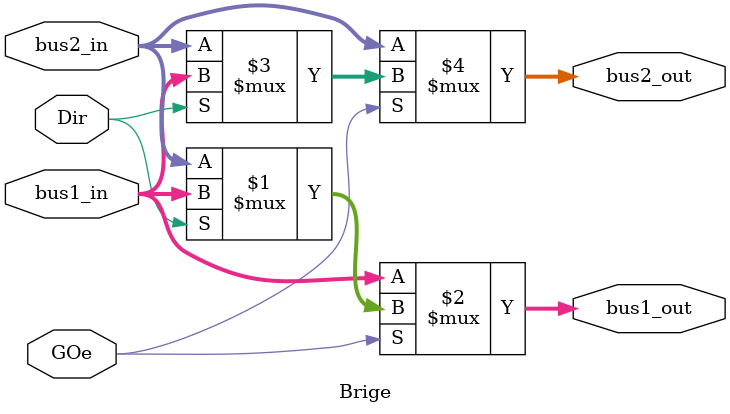
<source format=sv>


`timescale 1ns / 1ps

module Brige(bus1_in, bus2_in, GOe, Dir, bus1_out, bus2_out);
	input [31:0]bus1_in, bus2_in;
    input GOe, Dir;
    output [31:0] bus1_out, bus2_out;
    // reg [31:0] b1,b2;
    //Dir == 1 down ; Dir == 0 up;

    // assign bus1 = b1;
    // assign bus2 = b2;

    // initial begin
    //     b1 = 0;
    //     b2 = 0;
    // end
    
    // always @(*) begin
    //     if(GOe) begin
    //         if(Dir) begin
    //             b1 = bus1;
    //             b2 = bus1;
    //         end
    //         else begin
    //             b1 = bus2;
    //             b2 = bus2;
    //         end
    //     end
    //     else begin
    //         b1 = bus1;
    //         b2 = bus2;
    //     end
    // end

    assign bus1_out = GOe ? (Dir ? bus1_in : bus2_in): bus1_in;
    assign bus2_out = GOe ? (Dir ? bus1_in : bus2_in): bus2_in;

endmodule

</source>
